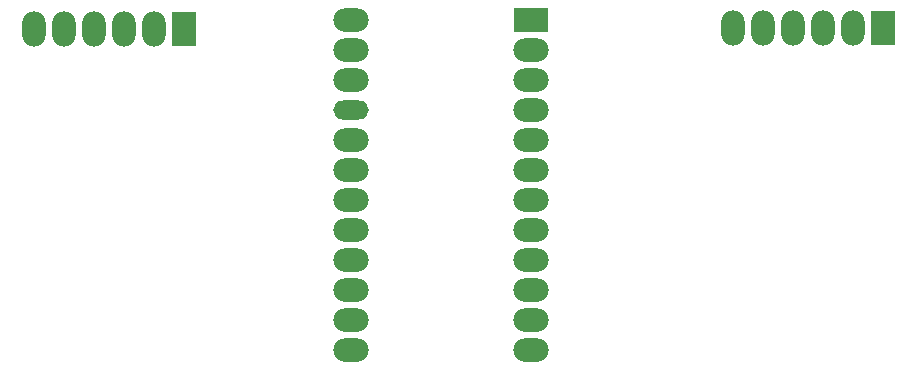
<source format=gbr>
%TF.GenerationSoftware,KiCad,Pcbnew,(6.0.2)*%
%TF.CreationDate,2022-03-23T22:04:47+01:00*%
%TF.ProjectId,numPAD_MCU,6e756d50-4144-45f4-9d43-552e6b696361,rev?*%
%TF.SameCoordinates,Original*%
%TF.FileFunction,Copper,L2,Bot*%
%TF.FilePolarity,Positive*%
%FSLAX46Y46*%
G04 Gerber Fmt 4.6, Leading zero omitted, Abs format (unit mm)*
G04 Created by KiCad (PCBNEW (6.0.2)) date 2022-03-23 22:04:47*
%MOMM*%
%LPD*%
G01*
G04 APERTURE LIST*
%TA.AperFunction,ComponentPad*%
%ADD10R,2.000000X3.000000*%
%TD*%
%TA.AperFunction,ComponentPad*%
%ADD11O,2.000000X3.000000*%
%TD*%
%TA.AperFunction,ComponentPad*%
%ADD12R,3.000000X2.000000*%
%TD*%
%TA.AperFunction,ComponentPad*%
%ADD13O,3.000000X2.000000*%
%TD*%
%TA.AperFunction,ComponentPad*%
%ADD14O,3.000000X1.620000*%
%TD*%
G04 APERTURE END LIST*
D10*
%TO.P,J1,1,Pin_1*%
%TO.N,Net-(U1-Pad21)*%
X123200000Y-76500000D03*
D11*
%TO.P,J1,2,Pin_2*%
%TO.N,Net-(U1-Pad17)*%
X120660000Y-76500000D03*
%TO.P,J1,3,Pin_3*%
%TO.N,Net-(U1-Pad16)*%
X118120000Y-76500000D03*
%TO.P,J1,4,Pin_4*%
%TO.N,Net-(U1-Pad15)*%
X115580000Y-76500000D03*
%TO.P,J1,5,Pin_5*%
%TO.N,Net-(U1-Pad14)*%
X113040000Y-76500000D03*
%TO.P,J1,6,Pin_6*%
%TO.N,Net-(U1-Pad13)*%
X110500000Y-76500000D03*
%TD*%
D10*
%TO.P,J2,1,Pin_1*%
%TO.N,Net-(J2-Pad1)*%
X182375000Y-76475000D03*
D11*
%TO.P,J2,2,Pin_2*%
%TO.N,Net-(J2-Pad2)*%
X179835000Y-76475000D03*
%TO.P,J2,3,Pin_3*%
%TO.N,Net-(J2-Pad3)*%
X177295000Y-76475000D03*
%TO.P,J2,4,Pin_4*%
%TO.N,Net-(J2-Pad4)*%
X174755000Y-76475000D03*
%TO.P,J2,5,Pin_5*%
%TO.N,Net-(J2-Pad5)*%
X172215000Y-76475000D03*
%TO.P,J2,6,Pin_6*%
%TO.N,Net-(U1-Pad4)*%
X169675000Y-76475000D03*
%TD*%
D12*
%TO.P,U1,1,TX*%
%TO.N,unconnected-(U1-Pad1)*%
X152620000Y-75800000D03*
D13*
%TO.P,U1,2,RX*%
%TO.N,unconnected-(U1-Pad2)*%
X152620000Y-78340000D03*
%TO.P,U1,3,GND*%
%TO.N,unconnected-(U1-Pad3)*%
X152620000Y-80880000D03*
%TO.P,U1,4,GND*%
%TO.N,Net-(U1-Pad4)*%
X152620000Y-83420000D03*
%TO.P,U1,5,SDA*%
%TO.N,unconnected-(U1-Pad5)*%
X152620000Y-85960000D03*
%TO.P,U1,6,SCL*%
%TO.N,unconnected-(U1-Pad6)*%
X152620000Y-88500000D03*
%TO.P,U1,7,D4*%
%TO.N,unconnected-(U1-Pad7)*%
X152620000Y-91040000D03*
%TO.P,U1,8,C6*%
%TO.N,Net-(J2-Pad5)*%
X152620000Y-93580000D03*
%TO.P,U1,9,D7*%
%TO.N,Net-(J2-Pad4)*%
X152620000Y-96120000D03*
%TO.P,U1,10,E6*%
%TO.N,Net-(J2-Pad3)*%
X152620000Y-98660000D03*
%TO.P,U1,11,B4*%
%TO.N,Net-(J2-Pad2)*%
X152620000Y-101200000D03*
%TO.P,U1,12,B5*%
%TO.N,Net-(J2-Pad1)*%
X152620000Y-103740000D03*
%TO.P,U1,13,B6*%
%TO.N,Net-(U1-Pad13)*%
X137380000Y-103740000D03*
%TO.P,U1,14,B2*%
%TO.N,Net-(U1-Pad14)*%
X137380000Y-101200000D03*
%TO.P,U1,15,B3*%
%TO.N,Net-(U1-Pad15)*%
X137380000Y-98660000D03*
%TO.P,U1,16,B1*%
%TO.N,Net-(U1-Pad16)*%
X137380000Y-96120000D03*
%TO.P,U1,17,F7*%
%TO.N,Net-(U1-Pad17)*%
X137380000Y-93580000D03*
%TO.P,U1,18,F6*%
%TO.N,unconnected-(U1-Pad18)*%
X137380000Y-91040000D03*
%TO.P,U1,19,F5*%
%TO.N,unconnected-(U1-Pad19)*%
X137380000Y-88500000D03*
%TO.P,U1,20,F4*%
%TO.N,unconnected-(U1-Pad20)*%
X137380000Y-85960000D03*
D14*
%TO.P,U1,21,VCC*%
%TO.N,Net-(U1-Pad21)*%
X137380000Y-83420000D03*
D13*
%TO.P,U1,22,RST*%
%TO.N,unconnected-(U1-Pad22)*%
X137380000Y-80880000D03*
%TO.P,U1,23,GND*%
%TO.N,unconnected-(U1-Pad23)*%
X137380000Y-78340000D03*
%TO.P,U1,24,RAW*%
%TO.N,unconnected-(U1-Pad24)*%
X137380000Y-75800000D03*
%TD*%
M02*

</source>
